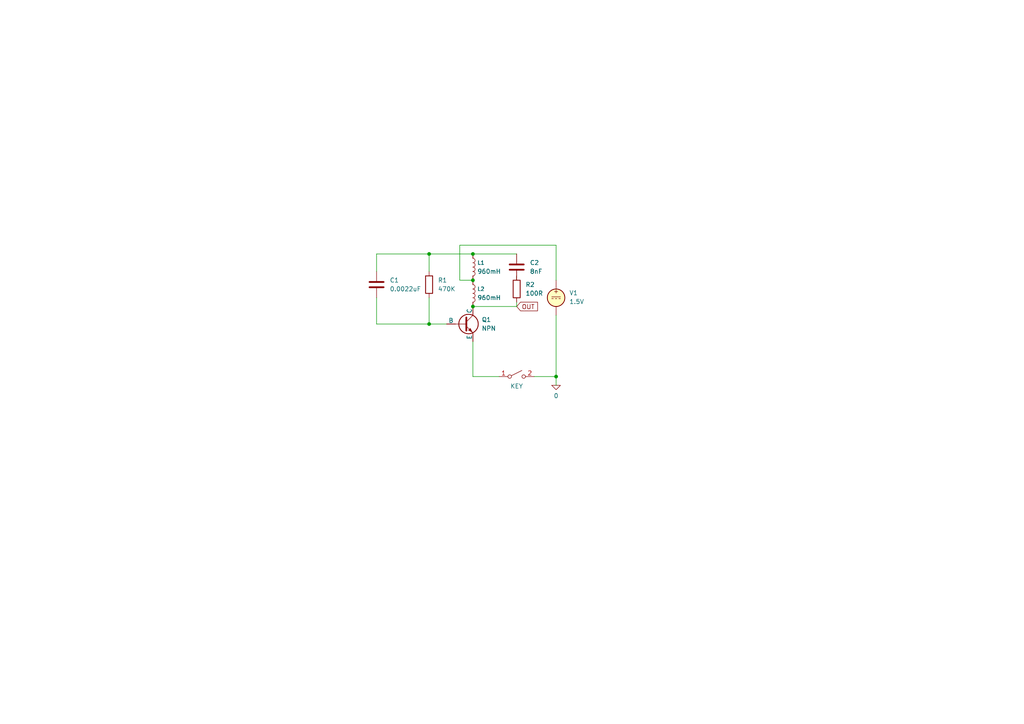
<source format=kicad_sch>
(kicad_sch (version 20250114) (generator "eeschema") (generator_version "9.0")
  (paper "A4")
  (lib_symbols
    (symbol "Device:C" (pin_numbers (hide yes)) (pin_names (offset 0.254))
      (property "Reference" "C" (at 0.635 2.54 0))
      (property "Value" "C" (at 0.635 -2.54 0))
      (symbol "C_0_1"
        (polyline (pts (xy -2.032 0.762) (xy 2.032 0.762)) (stroke (width 0.508)))
        (polyline (pts (xy -2.032 -0.762) (xy 2.032 -0.762)) (stroke (width 0.508)))
      )
      (symbol "C_1_1"
        (pin passive line (at 0 3.81 270) (length 2.794) (name "~") (number "1"))
        (pin passive line (at 0 -3.81 90) (length 2.794) (name "~") (number "2"))
      )
    )
    (symbol "Device:R" (pin_numbers (hide yes)) (pin_names (offset 0))
      (property "Reference" "R" (at 2.032 0 90))
      (property "Value" "R" (at 0 0 90))
      (symbol "R_0_1"
        (rectangle (start -1.016 -2.54) (end 1.016 2.54) (stroke (width 0.254)))
      )
      (symbol "R_1_1"
        (pin passive line (at 0 3.81 270) (length 1.27) (name "~") (number "1"))
        (pin passive line (at 0 -3.81 90) (length 1.27) (name "~") (number "2"))
      )
    )
    (symbol "Simulation_SPICE:0" (power) (pin_numbers (hide yes)) (pin_names (offset 0) (hide yes))
      (property "Value" "0" (at 0 -2.54 0))
      (symbol "0_0_1"
        (polyline (pts (xy -1.27 0) (xy 0 -1.27) (xy 1.27 0) (xy -1.27 0)))
      )
      (symbol "0_1_1"
        (pin power_in line (at 0 0 0) (length 0) (name "~") (number "1"))
      )
    )
    (symbol "Simulation_SPICE:NPN" (pin_numbers (hide yes)) (pin_names (offset 0))
      (property "Reference" "Q" (at -2.54 7.62 0))
      (property "Value" "NPN" (at -2.54 5.08 0))
      (symbol "NPN_0_1"
        (polyline (pts (xy -2.54 0) (xy 0.635 0)) (stroke (width 0.1524)))
        (polyline (pts (xy 0.635 1.905) (xy 0.635 -1.905) (xy 0.635 -1.905)) (stroke (width 0.508)))
        (polyline (pts (xy 0.635 0.635) (xy 2.54 2.54)))
        (polyline (pts (xy 0.635 -0.635) (xy 2.54 -2.54) (xy 2.54 -2.54)))
        (circle (center 1.27 0) (radius 2.8194) (stroke (width 0.254)))
        (polyline (pts (xy 1.27 -1.778) (xy 1.778 -1.27) (xy 2.286 -2.286) (xy 1.27 -1.778) (xy 1.27 -1.778)) (fill (type outline)))
        (polyline (pts (xy 2.794 -1.27) (xy 2.794 -1.27)) (stroke (width 0.1524)))
        (polyline (pts (xy 2.794 -1.27) (xy 2.794 -1.27)) (stroke (width 0.1524)))
      )
      (symbol "NPN_1_1"
        (pin input line (at -5.08 0 0) (length 2.54) (name "B") (number "2"))
        (pin open_collector line (at 2.54 5.08 270) (length 2.54) (name "C") (number "1"))
        (pin open_emitter line (at 2.54 -5.08 90) (length 2.54) (name "E") (number "3"))
      )
    )
    (symbol "Simulation_SPICE:VDC" (pin_numbers (hide yes)) (pin_names (offset 0.0254))
      (property "Reference" "V" (at 2.54 2.54 0))
      (property "Value" "1" (at 2.54 0 0))
      (symbol "VDC_0_0"
        (polyline (pts (xy -1.27 0.254) (xy 1.27 0.254)))
        (polyline (pts (xy -0.762 -0.254) (xy -1.27 -0.254)))
        (polyline (pts (xy 0.254 -0.254) (xy -0.254 -0.254)))
        (polyline (pts (xy 1.27 -0.254) (xy 0.762 -0.254)))
        (text "+" (at 0 1.905 0) (effects (font (size 1.27 1.27))))
      )
      (symbol "VDC_0_1"
        (circle (center 0 0) (radius 2.54) (stroke (width 0.254)) (fill (type background)))
      )
      (symbol "VDC_1_1"
        (pin passive line (at 0 5.08 270) (length 2.54) (name "~") (number "1"))
        (pin passive line (at 0 -5.08 90) (length 2.54) (name "~") (number "2"))
      )
    )
    (symbol "Switch:SW_SPST" (pin_names (offset 0) (hide yes))
      (property "Reference" "SW" (at 0 3.175 0))
      (property "Value" "SW_SPST" (at 0 -2.54 0))
      (symbol "SW_SPST_0_0"
        (circle (center -2.032 0) (radius 0.508))
        (polyline (pts (xy -1.524 0.254) (xy 1.524 1.778)))
        (circle (center 2.032 0) (radius 0.508))
      )
      (symbol "SW_SPST_1_1"
        (pin passive line (at -5.08 0 0) (length 2.54) (name "A") (number "1"))
        (pin passive line (at 5.08 0 180) (length 2.54) (name "B") (number "2"))
      )
    )
    (symbol "kicadunlocked:L" (pin_numbers (hide yes)) (pin_names (offset 1.016) (hide yes))
      (property "Reference" "L" (at -1.27 -3.81 90))
      (property "Value" "L" (at 1.905 -3.81 90))
      (symbol "L_0_1"
        (arc (start 0 -1.27) (mid 0.6323 -1.905) (end 0 -2.54))
        (arc (start 0 -2.54) (mid 0.6323 -3.175) (end 0 -3.81))
        (arc (start 0 -3.81) (mid 0.6323 -4.445) (end 0 -5.08))
        (arc (start 0 -5.08) (mid 0.6323 -5.715) (end 0 -6.35))
      )
      (symbol "L_1_1"
        (pin passive line (at 0 0 270) (length 1.27) (name "1") (number "1"))
        (pin passive line (at 0 -7.62 90) (length 1.27) (name "2") (number "2"))
      )
    )
  )
  (junction (at 124.46 73.66))
  (junction (at 137.16 81.28))
  (junction (at 137.16 88.9))
  (junction (at 137.16 73.66))
  (junction (at 161.29 109.22))
  (junction (at 124.46 93.98))
  (wire (pts (xy 137.16 73.66) (xy 149.86 73.66)))
  (wire (pts (xy 124.46 86.36) (xy 124.46 93.98)))
  (wire (pts (xy 124.46 73.66) (xy 137.16 73.66)))
  (wire (pts (xy 109.22 86.36) (xy 109.22 93.98)))
  (wire (pts (xy 124.46 78.74) (xy 124.46 73.66)))
  (wire (pts (xy 137.16 81.28) (xy 133.35 81.28)))
  (wire (pts (xy 149.86 87.63) (xy 149.86 88.9)))
  (wire (pts (xy 161.29 71.12) (xy 161.29 81.28)))
  (wire (pts (xy 133.35 71.12) (xy 161.29 71.12)))
  (wire (pts (xy 137.16 109.22) (xy 144.78 109.22)))
  (wire (pts (xy 109.22 93.98) (xy 124.46 93.98)))
  (wire (pts (xy 161.29 109.22) (xy 161.29 111.76)))
  (wire (pts (xy 161.29 91.44) (xy 161.29 109.22)))
  (wire (pts (xy 149.86 80.01) (xy 149.86 81.28)))
  (wire (pts (xy 137.16 88.9) (xy 149.86 88.9)))
  (wire (pts (xy 124.46 73.66) (xy 109.22 73.66)))
  (wire (pts (xy 129.54 93.98) (xy 124.46 93.98)))
  (wire (pts (xy 133.35 81.28) (xy 133.35 71.12)))
  (wire (pts (xy 137.16 99.06) (xy 137.16 109.22)))
  (wire (pts (xy 154.94 109.22) (xy 161.29 109.22)))
  (wire (pts (xy 109.22 73.66) (xy 109.22 78.74)))
  (global_label "OUT" (shape input) (at 149.86 88.9 0) (property "Intersheetrefs" "${INTERSHEET_REFS}" (effects (hide yes))))
  (symbol (lib_id "Device:C") (at 149.86 77.47 0) (unit 1)
    (property "Reference" "C2" (at 153.67 76.1999 0) (effects (justify left)))
    (property "Value" "8nF" (at 153.67 78.7399 0) (effects (justify left)))
    (property "Description" "Unpolarized capacitor" (effects (hide yes)))
  )
  (symbol (lib_id "Device:C") (at 109.22 82.55 0) (unit 1)
    (property "Reference" "C1" (at 113.03 81.2799 0) (effects (justify left)))
    (property "Value" "0.0022uF" (at 113.03 83.8199 0) (effects (justify left)))
    (property "Description" "Unpolarized capacitor" (effects (hide yes)))
  )
  (symbol (lib_id "Simulation_SPICE:0") (at 161.29 111.76 0) (unit 1)
    (property "Reference" "#GND01" (effects (hide yes)))
    (property "Value" "0" (at 161.29 114.808 0))
    (property "Datasheet" "https://ngspice.sourceforge.io/docs/ngspice-html-manual/manual.xhtml#subsec_Circuit_elements__device" (effects (hide yes)))
    (property "Description" "0V reference potential for simulation" (effects (hide yes)))
  )
  (symbol (lib_id "Switch:SW_SPST") (at 149.86 109.22 0) (unit 1)
    (property "Reference" "KEY" (at 149.86 112.014 0))
    (property "Value" "SW_SPST" (effects (hide yes)))
    (property "Description" "Single Pole Single Throw (SPST) switch" (effects (hide yes)))
  )
  (symbol (lib_id "Device:R") (at 149.86 83.82 0) (unit 1)
    (property "Reference" "R2" (at 152.4 82.5499 0) (effects (justify left)))
    (property "Value" "100R" (at 152.4 85.0899 0) (effects (justify left)))
    (property "Description" "Resistor" (effects (hide yes)))
  )
  (symbol (lib_id "kicadunlocked:L") (at 137.16 81.28 0) (unit 1)
    (property "Reference" "L2" (at 138.43 83.8199 0) (effects (font (size 1.1 1.1)) (justify left)))
    (property "Value" "960mH" (at 138.43 86.3599 0) (effects (justify left)))
    (property "Description" "Inductor" (effects (hide yes)))
  )
  (symbol (lib_id "Simulation_SPICE:NPN") (at 134.62 93.98 0) (unit 1)
    (property "Reference" "Q1" (at 139.7 92.7099 0) (effects (justify left)))
    (property "Value" "NPN" (at 139.7 95.2499 0) (effects (justify left)))
    (property "Datasheet" "https://ngspice.sourceforge.io/docs/ngspice-html-manual/manual.xhtml#cha_BJTs" (effects (hide yes)))
    (property "Description" "Bipolar transistor symbol for simulation only, substrate tied to the emitter" (effects (hide yes)))
    (property "Sim.Device" "NPN" (effects (hide yes)))
    (property "Sim.Type" "GUMMELPOON" (effects (hide yes)))
    (property "Sim.Pins" "1=C 2=B 3=E" (effects (hide yes)))
  )
  (symbol (lib_id "Simulation_SPICE:VDC") (at 161.29 86.36 0) (unit 1)
    (property "Reference" "V1" (at 165.1 84.9601 0) (effects (justify left)))
    (property "Value" "1.5V" (at 165.1 87.5001 0) (effects (justify left)))
    (property "Datasheet" "https://ngspice.sourceforge.io/docs/ngspice-html-manual/manual.xhtml#sec_Independent_Sources_for" (effects (hide yes)))
    (property "Description" "Voltage source, DC" (effects (hide yes)))
    (property "Sim.Pins" "1=+ 2=-" (effects (hide yes)))
    (property "Sim.Type" "DC" (effects (hide yes)))
    (property "Sim.Device" "V" (effects (hide yes)))
  )
  (symbol (lib_id "kicadunlocked:L") (at 137.16 73.66 0) (unit 1)
    (property "Reference" "L1" (at 138.43 76.1999 0) (effects (font (size 1.1 1.1)) (justify left)))
    (property "Value" "960mH" (at 138.43 78.7399 0) (effects (justify left)))
    (property "Description" "Inductor" (effects (hide yes)))
  )
  (symbol (lib_id "Device:R") (at 124.46 82.55 0) (unit 1)
    (property "Reference" "R1" (at 127 81.2799 0) (effects (justify left)))
    (property "Value" "470K" (at 127 83.8199 0) (effects (justify left)))
    (property "Description" "Resistor" (effects (hide yes)))
  )
)
</source>
